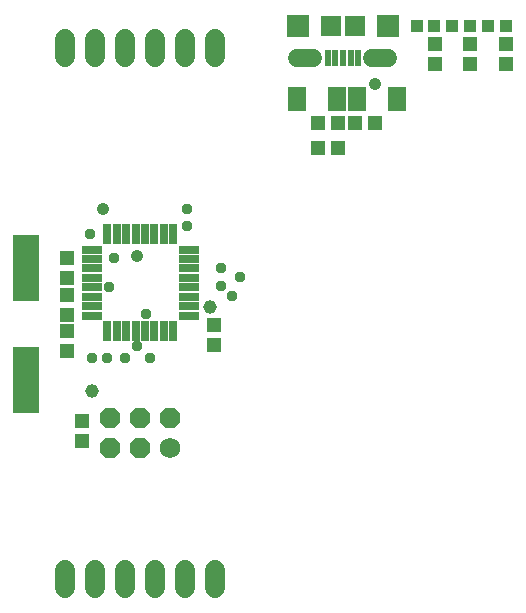
<source format=gbr>
G04 EAGLE Gerber RS-274X export*
G75*
%MOMM*%
%FSLAX34Y34*%
%LPD*%
%INSoldermask Top*%
%IPPOS*%
%AMOC8*
5,1,8,0,0,1.08239X$1,22.5*%
G01*
%ADD10R,1.203200X1.303200*%
%ADD11R,1.603200X2.003200*%
%ADD12R,1.003200X1.003200*%
%ADD13R,2.283200X5.703200*%
%ADD14R,1.303200X1.203200*%
%ADD15C,1.727200*%
%ADD16P,1.869504X8X202.500000*%
%ADD17R,1.676400X0.711200*%
%ADD18R,0.711200X1.676400*%
%ADD19R,0.500000X1.450000*%
%ADD20R,1.703200X1.703200*%
%ADD21C,1.561200*%
%ADD22R,1.928200X1.928200*%
%ADD23C,1.727200*%
%ADD24C,1.059600*%
%ADD25C,1.159600*%
%ADD26C,0.959600*%


D10*
X376238Y256050D03*
X376238Y239050D03*
X376238Y269213D03*
X376238Y286213D03*
X500063Y260813D03*
X500063Y243813D03*
X376238Y300963D03*
X376238Y317963D03*
D11*
X604375Y452338D03*
X570375Y452338D03*
X621175Y452338D03*
X655175Y452338D03*
D12*
X732275Y514250D03*
X747275Y514250D03*
X702113Y514250D03*
X717113Y514250D03*
D13*
X341313Y214338D03*
X341313Y309338D03*
D14*
X388938Y162850D03*
X388938Y179850D03*
D10*
X637150Y431700D03*
X620150Y431700D03*
D14*
X747713Y481938D03*
X747713Y498938D03*
X717550Y481938D03*
X717550Y498938D03*
D10*
X588400Y411063D03*
X605400Y411063D03*
X588400Y431700D03*
X605400Y431700D03*
D15*
X463550Y157063D03*
D16*
X438150Y157063D03*
X412750Y157063D03*
X463550Y182463D03*
X438150Y182463D03*
X412750Y182463D03*
D17*
X397002Y324703D03*
X397002Y316829D03*
X397002Y308701D03*
X397002Y300827D03*
X397002Y292699D03*
X397002Y284825D03*
X397002Y276697D03*
X397002Y268823D03*
D18*
X410210Y255615D03*
X418084Y255615D03*
X426212Y255615D03*
X434086Y255615D03*
X442214Y255615D03*
X450088Y255615D03*
X458216Y255615D03*
X466090Y255615D03*
D17*
X479298Y268823D03*
X479298Y276697D03*
X479298Y284825D03*
X479298Y292699D03*
X479298Y300827D03*
X479298Y308701D03*
X479298Y316829D03*
X479298Y324703D03*
D18*
X466090Y337911D03*
X458216Y337911D03*
X450088Y337911D03*
X442214Y337911D03*
X434086Y337911D03*
X426212Y337911D03*
X418084Y337911D03*
X410210Y337911D03*
D19*
X622600Y487250D03*
X616100Y487250D03*
X609600Y487250D03*
X603100Y487250D03*
X596600Y487250D03*
D20*
X619600Y514250D03*
X599600Y514250D03*
D21*
X634600Y487250D02*
X648180Y487250D01*
X584600Y487250D02*
X571020Y487250D01*
D22*
X647850Y514250D03*
X571350Y514250D03*
D12*
X671950Y514250D03*
X686950Y514250D03*
D14*
X687388Y498938D03*
X687388Y481938D03*
D23*
X501650Y487580D02*
X501650Y502820D01*
X476250Y502820D02*
X476250Y487580D01*
X450850Y487580D02*
X450850Y502820D01*
X425450Y502820D02*
X425450Y487580D01*
X400050Y487580D02*
X400050Y502820D01*
X374650Y502820D02*
X374650Y487580D01*
X374650Y53245D02*
X374650Y38005D01*
X400050Y38005D02*
X400050Y53245D01*
X425450Y53245D02*
X425450Y38005D01*
X450850Y38005D02*
X450850Y53245D01*
X476250Y53245D02*
X476250Y38005D01*
X501650Y38005D02*
X501650Y53245D01*
D24*
X636588Y465038D03*
D25*
X496888Y276125D03*
X396875Y204688D03*
D26*
X411480Y292889D03*
X522288Y301525D03*
D24*
X434975Y318988D03*
X406400Y358675D03*
D26*
X477838Y358675D03*
X442913Y269775D03*
X434975Y242788D03*
X477838Y344388D03*
X425450Y233263D03*
X409575Y233263D03*
X396875Y233263D03*
X415925Y317400D03*
X395288Y338038D03*
X506413Y293588D03*
X506413Y309463D03*
X515938Y285650D03*
X446088Y233263D03*
M02*

</source>
